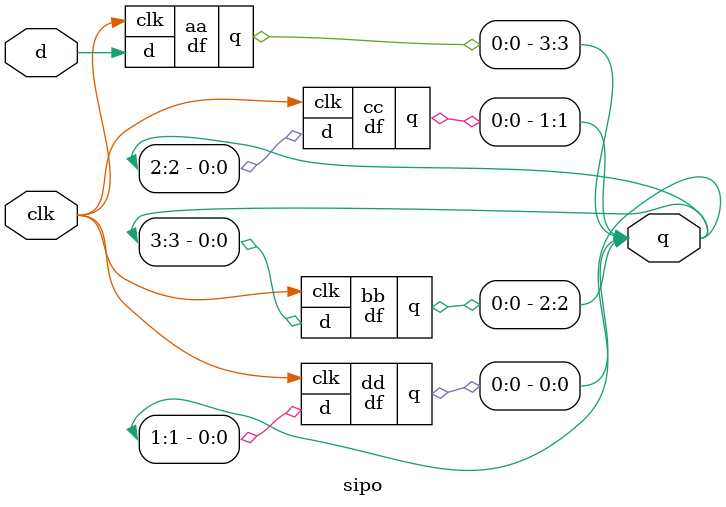
<source format=v>
module df(d,clk,q);
    input d,clk;
    output q;
    reg q=0;
    always @ (negedge clk)
    begin
    q<=d;
end
endmodule 

module siso(d, clk, q);
    input d,clk;
    output q;
    wire q1,q2,q3;
    df a(d, clk, q1);
    df b(q1, clk, q2);
    df c(q2, clk, q3);
    df d1(q3, clk, q);
endmodule

module sipo(d, clk, q);
    input d,clk;
    output [3:0]q;
    
    df aa(d, clk, q[3]);
    df bb(q[3], clk, q[2]);
    df cc(q[2], clk, q[1]);
    df dd(q[1], clk, q[0]);
endmodule



</source>
